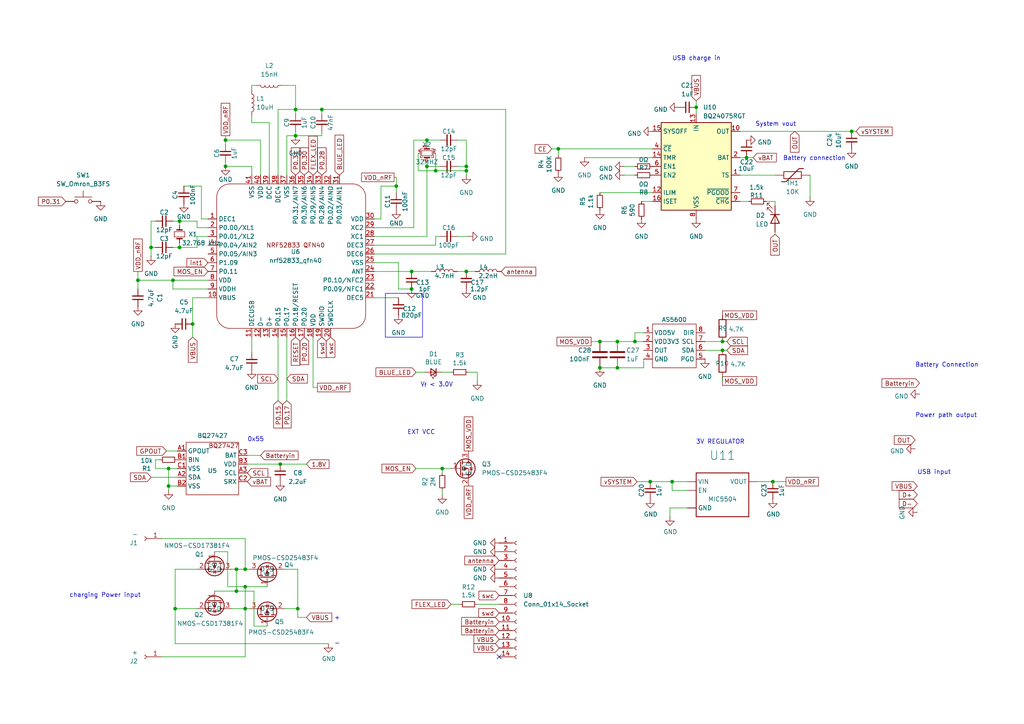
<source format=kicad_sch>
(kicad_sch (version 20231120) (generator "eeschema") (generator_version "8.0")
  (paper "A4")
  (junction (at 50.165 81.28))
  (junction (at 68.58 171.45))
  (junction (at 128.27 135.89))
  (junction (at 65.405 40.64))
  (junction (at 184.15 99.06))
  (junction (at 201.93 31.115))
  (junction (at 247.015 38.1))
  (junction (at 188.595 139.7))
  (junction (at 85.725 39.37))
  (junction (at 224.155 139.7))
  (junction (at 216.535 45.72))
  (junction (at 135.255 78.74))
  (junction (at 48.895 140.97))
  (junction (at 71.12 170.18))
  (junction (at 85.725 31.75))
  (junction (at 135.255 49.53))
  (junction (at 209.55 101.6))
  (junction (at 68.58 165.1))
  (junction (at 126.365 49.53))
  (junction (at 93.345 31.75))
  (junction (at 114.935 53.975))
  (junction (at 135.255 48.26))
  (junction (at 179.07 99.06))
  (junction (at 52.07 71.755))
  (junction (at 179.07 106.68))
  (junction (at 65.405 48.26))
  (junction (at 119.38 83.82))
  (junction (at 119.38 78.74))
  (junction (at 123.825 48.26))
  (junction (at 194.945 139.7))
  (junction (at 55.88 93.98))
  (junction (at 50.8 176.53))
  (junction (at 43.815 71.755))
  (junction (at 48.895 135.89))
  (junction (at 123.825 40.64))
  (junction (at 40.005 81.28))
  (junction (at 52.07 64.135))
  (junction (at 71.12 176.53))
  (junction (at 81.28 134.62))
  (junction (at 209.55 99.06))
  (junction (at 86.36 176.53))
  (junction (at 71.12 165.1))
  (junction (at 173.99 106.68))
  (junction (at 173.99 99.06))
  (junction (at 161.925 43.18))
  (no_connect (at 144.78 190.5))
  (wire (pts (xy 128.27 107.95) (xy 130.81 107.95)))
  (wire (pts (xy 127.635 68.58) (xy 126.365 68.58)))
  (wire (pts (xy 73.66 181.61) (xy 77.47 181.61)))
  (wire (pts (xy 209.55 99.06) (xy 204.47 99.06)))
  (wire (pts (xy 93.345 31.75) (xy 85.725 31.75)))
  (wire (pts (xy 80.645 116.205) (xy 80.645 97.79)))
  (wire (pts (xy 128.27 137.16) (xy 128.27 135.89)))
  (wire (pts (xy 71.755 134.62) (xy 81.28 134.62)))
  (wire (pts (xy 135.89 107.95) (xy 138.43 107.95)))
  (wire (pts (xy 73.025 33.655) (xy 73.025 35.56)))
  (wire (pts (xy 224.79 67.945) (xy 224.79 67.31)))
  (wire (pts (xy 45.085 133.35) (xy 45.085 135.89)))
  (wire (pts (xy 125.095 78.74) (xy 119.38 78.74)))
  (wire (pts (xy 85.725 31.75) (xy 85.725 33.02)))
  (wire (pts (xy 60.325 66.04) (xy 57.15 66.04)))
  (wire (pts (xy 50.8 176.53) (xy 50.8 186.69)))
  (wire (pts (xy 169.545 45.72) (xy 189.23 45.72)))
  (wire (pts (xy 50.8 186.69) (xy 95.25 186.69)))
  (wire (pts (xy 46.355 133.35) (xy 45.085 133.35)))
  (wire (pts (xy 110.49 63.5) (xy 110.49 53.975)))
  (wire (pts (xy 130.81 175.26) (xy 133.35 175.26)))
  (wire (pts (xy 214.63 58.42) (xy 217.17 58.42)))
  (wire (pts (xy 67.31 165.1) (xy 68.58 165.1)))
  (wire (pts (xy 224.79 50.8) (xy 214.63 50.8)))
  (wire (pts (xy 114.3 51.435) (xy 114.935 51.435)))
  (wire (pts (xy 114.935 53.975) (xy 114.935 55.88)))
  (wire (pts (xy 138.43 107.95) (xy 138.43 110.49)))
  (wire (pts (xy 186.69 96.52) (xy 184.15 96.52)))
  (wire (pts (xy 90.805 97.79) (xy 90.805 112.395)))
  (wire (pts (xy 128.27 135.89) (xy 130.81 135.89)))
  (wire (pts (xy 216.535 45.72) (xy 214.63 45.72)))
  (wire (pts (xy 85.725 31.75) (xy 85.725 24.765)))
  (wire (pts (xy 194.31 149.86) (xy 194.31 147.32)))
  (wire (pts (xy 58.42 63.5) (xy 60.325 63.5)))
  (wire (pts (xy 123.825 40.64) (xy 123.825 41.91)))
  (wire (pts (xy 45.085 135.89) (xy 48.895 135.89)))
  (wire (pts (xy 126.365 49.53) (xy 126.365 44.45)))
  (wire (pts (xy 201.93 29.21) (xy 201.93 31.115)))
  (wire (pts (xy 194.31 147.32) (xy 199.39 147.32)))
  (wire (pts (xy 135.255 49.53) (xy 135.255 50.8)))
  (wire (pts (xy 83.185 116.205) (xy 83.185 97.79)))
  (wire (pts (xy 57.15 66.04) (xy 57.15 64.135)))
  (wire (pts (xy 120.015 66.04) (xy 120.015 40.64)))
  (wire (pts (xy 137.795 78.74) (xy 135.255 78.74)))
  (wire (pts (xy 57.15 64.135) (xy 52.07 64.135)))
  (wire (pts (xy 218.44 45.72) (xy 216.535 45.72)))
  (wire (pts (xy 146.685 73.66) (xy 146.685 31.75)))
  (wire (pts (xy 126.365 71.12) (xy 108.585 71.12)))
  (wire (pts (xy 123.825 46.99) (xy 123.825 48.26)))
  (wire (pts (xy 108.585 73.66) (xy 146.685 73.66)))
  (wire (pts (xy 121.285 44.45) (xy 121.285 49.53)))
  (wire (pts (xy 184.785 139.7) (xy 188.595 139.7)))
  (wire (pts (xy 83.185 50.8) (xy 83.185 39.37)))
  (wire (pts (xy 135.255 78.74) (xy 132.715 78.74)))
  (wire (pts (xy 46.99 156.21) (xy 71.12 156.21)))
  (wire (pts (xy 135.89 68.58) (xy 132.715 68.58)))
  (wire (pts (xy 188.595 139.7) (xy 194.945 139.7)))
  (wire (pts (xy 73.66 181.61) (xy 73.66 171.45)))
  (wire (pts (xy 135.255 48.26) (xy 135.255 49.53)))
  (wire (pts (xy 108.585 66.04) (xy 120.015 66.04)))
  (wire (pts (xy 180.975 48.26) (xy 184.15 48.26)))
  (wire (pts (xy 48.895 135.89) (xy 51.435 135.89)))
  (wire (pts (xy 43.815 71.755) (xy 43.815 74.295)))
  (wire (pts (xy 121.285 49.53) (xy 126.365 49.53)))
  (wire (pts (xy 73.025 97.79) (xy 73.025 102.235)))
  (wire (pts (xy 120.65 107.95) (xy 123.19 107.95)))
  (wire (pts (xy 65.405 40.64) (xy 75.565 40.64)))
  (wire (pts (xy 52.07 64.135) (xy 52.07 65.405)))
  (wire (pts (xy 173.99 106.68) (xy 179.07 106.68)))
  (wire (pts (xy 73.025 35.56) (xy 78.105 35.56)))
  (wire (pts (xy 80.645 31.75) (xy 80.645 50.8)))
  (wire (pts (xy 66.04 160.02) (xy 62.23 160.02)))
  (wire (pts (xy 50.8 176.53) (xy 57.15 176.53)))
  (wire (pts (xy 60.325 68.58) (xy 57.15 68.58)))
  (wire (pts (xy 68.58 165.1) (xy 68.58 171.45)))
  (wire (pts (xy 138.43 175.26) (xy 144.78 175.26)))
  (wire (pts (xy 85.725 38.1) (xy 85.725 39.37)))
  (wire (pts (xy 52.07 70.485) (xy 52.07 71.755)))
  (wire (pts (xy 46.99 190.5) (xy 71.12 190.5)))
  (wire (pts (xy 67.31 176.53) (xy 71.12 176.53)))
  (wire (pts (xy 199.39 142.24) (xy 194.945 142.24)))
  (wire (pts (xy 53.34 53.975) (xy 58.42 53.975)))
  (wire (pts (xy 128.27 143.51) (xy 128.27 142.24)))
  (wire (pts (xy 209.55 101.6) (xy 204.47 101.6)))
  (wire (pts (xy 71.12 176.53) (xy 72.39 176.53)))
  (wire (pts (xy 71.12 156.21) (xy 71.12 165.1)))
  (wire (pts (xy 65.405 40.64) (xy 65.405 41.91)))
  (wire (pts (xy 71.12 165.1) (xy 72.39 165.1)))
  (wire (pts (xy 48.26 130.81) (xy 51.435 130.81)))
  (wire (pts (xy 93.345 31.75) (xy 93.345 33.02)))
  (wire (pts (xy 114.935 51.435) (xy 114.935 53.975)))
  (wire (pts (xy 194.945 142.24) (xy 194.945 139.7)))
  (wire (pts (xy 85.725 39.37) (xy 93.345 39.37)))
  (wire (pts (xy 126.365 68.58) (xy 126.365 71.12)))
  (wire (pts (xy 248.285 38.1) (xy 247.015 38.1)))
  (wire (pts (xy 71.12 170.18) (xy 77.47 170.18)))
  (wire (pts (xy 66.04 160.02) (xy 66.04 170.18)))
  (wire (pts (xy 194.945 139.7) (xy 199.39 139.7)))
  (wire (pts (xy 71.12 176.53) (xy 71.12 190.5)))
  (wire (pts (xy 210.82 101.6) (xy 209.55 101.6)))
  (wire (pts (xy 65.405 48.26) (xy 73.025 48.26)))
  (wire (pts (xy 120.015 40.64) (xy 123.825 40.64)))
  (wire (pts (xy 110.49 53.975) (xy 114.935 53.975)))
  (wire (pts (xy 135.255 40.64) (xy 135.255 48.26)))
  (wire (pts (xy 43.815 64.135) (xy 43.815 71.755)))
  (wire (pts (xy 86.36 165.1) (xy 86.36 176.53)))
  (wire (pts (xy 62.23 171.45) (xy 68.58 171.45)))
  (wire (pts (xy 179.07 106.68) (xy 186.69 106.68)))
  (wire (pts (xy 60.325 83.82) (xy 50.165 83.82)))
  (wire (pts (xy 73.025 50.8) (xy 73.025 48.26)))
  (wire (pts (xy 115.57 83.82) (xy 119.38 83.82)))
  (wire (pts (xy 115.57 76.2) (xy 115.57 83.82)))
  (wire (pts (xy 85.725 24.765) (xy 81.915 24.765)))
  (wire (pts (xy 85.725 31.75) (xy 80.645 31.75)))
  (wire (pts (xy 186.055 58.42) (xy 189.23 58.42)))
  (wire (pts (xy 43.815 71.755) (xy 45.085 71.755)))
  (wire (pts (xy 65.405 46.99) (xy 65.405 48.26)))
  (wire (pts (xy 55.88 93.98) (xy 55.88 86.36)))
  (wire (pts (xy 201.93 31.115) (xy 201.93 33.02)))
  (wire (pts (xy 209.55 110.49) (xy 209.55 109.22)))
  (wire (pts (xy 81.28 134.62) (xy 88.9 134.62)))
  (wire (pts (xy 180.975 50.8) (xy 184.15 50.8)))
  (wire (pts (xy 186.69 104.14) (xy 186.69 106.68)))
  (wire (pts (xy 50.165 83.82) (xy 50.165 81.28)))
  (wire (pts (xy 179.07 99.06) (xy 184.15 99.06)))
  (wire (pts (xy 210.82 99.06) (xy 209.55 99.06)))
  (wire (pts (xy 108.585 63.5) (xy 110.49 63.5)))
  (wire (pts (xy 43.815 64.135) (xy 45.085 64.135)))
  (wire (pts (xy 57.15 71.755) (xy 52.07 71.755)))
  (wire (pts (xy 58.42 53.975) (xy 58.42 63.5)))
  (wire (pts (xy 234.95 57.15) (xy 234.95 50.8)))
  (wire (pts (xy 57.15 165.1) (xy 50.8 165.1)))
  (wire (pts (xy 214.63 38.1) (xy 247.015 38.1)))
  (wire (pts (xy 92.075 112.395) (xy 90.805 112.395)))
  (wire (pts (xy 123.825 40.64) (xy 127.635 40.64)))
  (wire (pts (xy 74.295 24.765) (xy 73.025 24.765)))
  (wire (pts (xy 135.255 49.53) (xy 126.365 49.53)))
  (wire (pts (xy 82.55 176.53) (xy 86.36 176.53)))
  (wire (pts (xy 48.895 140.97) (xy 48.895 135.89)))
  (wire (pts (xy 171.45 99.06) (xy 173.99 99.06)))
  (wire (pts (xy 50.8 165.1) (xy 50.8 176.53)))
  (wire (pts (xy 50.165 71.755) (xy 52.07 71.755)))
  (wire (pts (xy 66.04 170.18) (xy 71.12 170.18)))
  (wire (pts (xy 161.925 43.18) (xy 189.23 43.18)))
  (wire (pts (xy 75.565 132.08) (xy 71.755 132.08)))
  (wire (pts (xy 55.88 97.79) (xy 55.88 93.98)))
  (wire (pts (xy 75.565 50.8) (xy 75.565 40.64)))
  (wire (pts (xy 82.55 165.1) (xy 86.36 165.1)))
  (wire (pts (xy 173.99 99.06) (xy 179.07 99.06)))
  (wire (pts (xy 48.895 142.24) (xy 48.895 140.97)))
  (wire (pts (xy 55.88 86.36) (xy 60.325 86.36)))
  (wire (pts (xy 40.005 81.28) (xy 40.005 83.82)))
  (wire (pts (xy 86.36 179.07) (xy 88.9 179.07)))
  (wire (pts (xy 120.65 135.89) (xy 128.27 135.89)))
  (wire (pts (xy 123.825 48.26) (xy 127.635 48.26)))
  (wire (pts (xy 83.185 39.37) (xy 85.725 39.37)))
  (wire (pts (xy 73.025 24.765) (xy 73.025 26.035)))
  (wire (pts (xy 161.925 43.18) (xy 160.02 43.18)))
  (wire (pts (xy 40.005 81.28) (xy 50.165 81.28)))
  (wire (pts (xy 224.155 139.7) (xy 219.71 139.7)))
  (wire (pts (xy 86.36 176.53) (xy 86.36 179.07)))
  (wire (pts (xy 224.79 58.42) (xy 224.79 59.69)))
  (wire (pts (xy 48.895 140.97) (xy 51.435 140.97)))
  (wire (pts (xy 227.965 139.7) (xy 224.155 139.7)))
  (wire (pts (xy 108.585 78.74) (xy 119.38 78.74)))
  (wire (pts (xy 132.715 48.26) (xy 135.255 48.26)))
  (wire (pts (xy 173.99 55.88) (xy 189.23 55.88)))
  (wire (pts (xy 50.165 64.135) (xy 52.07 64.135)))
  (wire (pts (xy 146.685 31.75) (xy 93.345 31.75)))
  (wire (pts (xy 71.12 170.18) (xy 71.12 176.53)))
  (wire (pts (xy 68.58 165.1) (xy 71.12 165.1)))
  (wire (pts (xy 132.715 40.64) (xy 135.255 40.64)))
  (wire (pts (xy 184.15 99.06) (xy 186.69 99.06)))
  (wire (pts (xy 108.585 76.2) (xy 115.57 76.2)))
  (wire (pts (xy 161.925 45.085) (xy 161.925 43.18)))
  (wire (pts (xy 108.585 86.36) (xy 115.57 86.36)))
  (wire (pts (xy 108.585 68.58) (xy 123.825 68.58)))
  (wire (pts (xy 65.405 39.37) (xy 65.405 40.64)))
  (wire (pts (xy 184.15 96.52) (xy 184.15 99.06)))
  (wire (pts (xy 123.825 48.26) (xy 123.825 68.58)))
  (wire (pts (xy 78.105 35.56) (xy 78.105 50.8)))
  (wire (pts (xy 57.15 68.58) (xy 57.15 71.755)))
  (wire (pts (xy 50.165 81.28) (xy 60.325 81.28)))
  (wire (pts (xy 40.005 78.74) (xy 40.005 81.28)))
  (wire (pts (xy 93.345 39.37) (xy 93.345 38.1)))
  (wire (pts (xy 73.66 171.45) (xy 68.58 171.45)))
  (wire (pts (xy 222.25 58.42) (xy 224.79 58.42)))
  (wire (pts (xy 43.815 138.43) (xy 51.435 138.43)))
  (rectangle (start 111.76 85.09) (end 122.555 97.79))
  (text "Power path output" (at 265.43 121.285 0) (effects (font (size 1.27 1.27)) (justify left bottom)))
  (text "+" (at 97.79 179.324 0) (effects (font (size 1.27 1.27))))
  (text "USB charge in" (at 194.945 17.78 0) (effects (font (size 1.27 1.27)) (justify left bottom)))
  (text "3V REGULATOR" (at 208.915 128.27 0) (effects (font (size 1.27 1.27))))
  (text "0x55\n" (at 71.755 128.27 0) (effects (font (size 1.27 1.27)) (justify left bottom)))
  (text "Battery connection" (at 227.076 46.736 0) (effects (font (size 1.27 1.27)) (justify left bottom)))
  (text "charging Power input" (at 30.48 172.72 0) (effects (font (size 1.27 1.27))))
  (text "USB input\n" (at 266.065 137.795 0) (effects (font (size 1.27 1.27)) (justify left bottom)))
  (text "System vout" (at 219.075 36.83 0) (effects (font (size 1.27 1.27)) (justify left bottom)))
  (text "Battery Connection" (at 265.43 106.68 0) (effects (font (size 1.27 1.27)) (justify left bottom)))
  (text "V_{f} < 3.0V" (at 121.92 112.395 0) (effects (font (size 1.27 1.27)) (justify left bottom)))
  (text "EXT VCC" (at 122.174 125.476 0) (effects (font (size 1.27 1.27))))
  (text "-" (at 97.79 186.69 0) (effects (font (size 1.27 1.27))))
  (global_label "VBUS" (shape input) (at 144.78 187.96 180) (property "Intersheetrefs" "${INTERSHEET_REFS}" (effects (hide yes))))
  (global_label "BLUE_LED" (shape input) (at 120.65 107.95 180) (property "Intersheetrefs" "${INTERSHEET_REFS}" (effects (hide yes))))
  (global_label "VBUS" (shape input) (at 144.78 185.42 180) (property "Intersheetrefs" "${INTERSHEET_REFS}" (effects (hide yes))))
  (global_label "swc" (shape input) (at 95.885 97.79 270) (property "Intersheetrefs" "${INTERSHEET_REFS}" (effects (hide yes))))
  (global_label "GPOUT" (shape input) (at 48.26 130.81 180) (property "Intersheetrefs" "${INTERSHEET_REFS}" (effects (hide yes))))
  (global_label "antenna" (shape input) (at 144.78 162.56 180) (property "Intersheetrefs" "${INTERSHEET_REFS}" (effects (hide yes))))
  (global_label "P0.15" (shape input) (at 80.645 116.205 270) (property "Intersheetrefs" "${INTERSHEET_REFS}" (effects (hide yes))))
  (global_label "RESET" (shape input) (at 85.725 97.79 270) (property "Intersheetrefs" "${INTERSHEET_REFS}" (effects (hide yes))))
  (global_label "MOS_EN" (shape input) (at 60.325 78.74 180) (property "Intersheetrefs" "${INTERSHEET_REFS}" (effects (hide yes))))
  (global_label "vBAT" (shape input) (at 218.44 45.72 0) (property "Intersheetrefs" "${INTERSHEET_REFS}" (effects (hide yes))))
  (global_label "Batteryin" (shape input) (at 144.78 182.88 180) (property "Intersheetrefs" "${INTERSHEET_REFS}" (effects (hide yes))))
  (global_label "SDA" (shape input) (at 83.185 109.855 0) (property "Intersheetrefs" "${INTERSHEET_REFS}" (effects (hide yes))))
  (global_label "MOS_EN" (shape input) (at 120.65 135.89 180) (property "Intersheetrefs" "${INTERSHEET_REFS}" (effects (hide yes))))
  (global_label "Batteryin" (shape input) (at 75.565 132.08 0) (property "Intersheetrefs" "${INTERSHEET_REFS}" (effects (hide yes))))
  (global_label "swd" (shape input) (at 93.345 97.79 270) (property "Intersheetrefs" "${INTERSHEET_REFS}" (effects (hide yes))))
  (global_label "antenna" (shape input) (at 145.415 78.74 0) (property "Intersheetrefs" "${INTERSHEET_REFS}" (effects (hide yes))))
  (global_label "int1" (shape input) (at 60.325 76.2 180) (property "Intersheetrefs" "${INTERSHEET_REFS}" (effects (hide yes))))
  (global_label "P0.31" (shape input) (at 85.725 50.8 90) (property "Intersheetrefs" "${INTERSHEET_REFS}" (effects (hide yes))))
  (global_label "MOS_VDD" (shape passive) (at 171.45 99.06 180) (property "Intersheetrefs" "${INTERSHEET_REFS}" (effects (hide yes))))
  (global_label "OUT" (shape input) (at 230.505 38.1 270) (property "Intersheetrefs" "${INTERSHEET_REFS}" (effects (hide yes))))
  (global_label "SDA" (shape input) (at 43.815 138.43 180) (property "Intersheetrefs" "${INTERSHEET_REFS}" (effects (hide yes))))
  (global_label "1.8V" (shape input) (at 88.9 134.62 0) (property "Intersheetrefs" "${INTERSHEET_REFS}" (effects (hide yes))))
  (global_label "SCL" (shape input) (at 71.755 137.16 0) (property "Intersheetrefs" "${INTERSHEET_REFS}" (effects (hide yes))))
  (global_label "SDA" (shape input) (at 210.82 101.6 0) (property "Intersheetrefs" "${INTERSHEET_REFS}" (effects (hide yes))))
  (global_label "BLUE_LED" (shape input) (at 98.425 50.8 90) (property "Intersheetrefs" "${INTERSHEET_REFS}" (effects (hide yes))))
  (global_label "vBAT" (shape input) (at 71.755 139.7 0) (property "Intersheetrefs" "${INTERSHEET_REFS}" (effects (hide yes))))
  (global_label "OUT" (shape input) (at 265.43 127.635 180) (property "Intersheetrefs" "${INTERSHEET_REFS}" (effects (hide yes))))
  (global_label "VBUS" (shape input) (at 201.93 29.21 90) (property "Intersheetrefs" "${INTERSHEET_REFS}" (effects (hide yes))))
  (global_label "P0.17" (shape input) (at 83.185 116.205 270) (property "Intersheetrefs" "${INTERSHEET_REFS}" (effects (hide yes))))
  (global_label "MOS_VDD" (shape passive) (at 209.55 91.44 0) (property "Intersheetrefs" "${INTERSHEET_REFS}" (effects (hide yes))))
  (global_label "VDD_nRF" (shape passive) (at 227.965 139.7 0) (property "Intersheetrefs" "${INTERSHEET_REFS}" (effects (hide yes))))
  (global_label "P0.28" (shape input) (at 93.345 50.8 90) (property "Intersheetrefs" "${INTERSHEET_REFS}" (effects (hide yes))))
  (global_label "MOS_VDD" (shape passive) (at 209.55 110.49 0) (property "Intersheetrefs" "${INTERSHEET_REFS}" (effects (hide yes))))
  (global_label "Batteryin" (shape input) (at 266.7 111.125 180) (property "Intersheetrefs" "${INTERSHEET_REFS}" (effects (hide yes))))
  (global_label "SCL" (shape input) (at 80.645 109.855 180) (property "Intersheetrefs" "${INTERSHEET_REFS}" (effects (hide yes))))
  (global_label "vSYSTEM" (shape input) (at 184.785 139.7 180) (property "Intersheetrefs" "${INTERSHEET_REFS}" (effects (hide yes))))
  (global_label "vSYSTEM" (shape input) (at 248.285 38.1 0) (property "Intersheetrefs" "${INTERSHEET_REFS}" (effects (hide yes))))
  (global_label "CE" (shape input) (at 160.02 43.18 180) (property "Intersheetrefs" "${INTERSHEET_REFS}" (effects (hide yes))))
  (global_label "Batteryin" (shape input) (at 144.78 180.34 180) (property "Intersheetrefs" "${INTERSHEET_REFS}" (effects (hide yes))))
  (global_label "VDD_nRF" (shape passive) (at 40.005 78.74 90) (property "Intersheetrefs" "${INTERSHEET_REFS}" (effects (hide yes))))
  (global_label "swc" (shape input) (at 144.78 172.72 180) (property "Intersheetrefs" "${INTERSHEET_REFS}" (effects (hide yes))))
  (global_label "VBUS" (shape input) (at 88.9 179.07 0) (property "Intersheetrefs" "${INTERSHEET_REFS}" (effects (hide yes))))
  (global_label "OUT" (shape input) (at 224.79 67.945 270) (property "Intersheetrefs" "${INTERSHEET_REFS}" (effects (hide yes))))
  (global_label "SCL" (shape input) (at 210.82 99.06 0) (property "Intersheetrefs" "${INTERSHEET_REFS}" (effects (hide yes))))
  (global_label "P0.20" (shape input) (at 88.265 97.79 270) (property "Intersheetrefs" "${INTERSHEET_REFS}" (effects (hide yes))))
  (global_label "P0.31" (shape input) (at 19.05 58.42 180) (property "Intersheetrefs" "${INTERSHEET_REFS}" (effects (hide yes))))
  (global_label "swd" (shape input) (at 144.78 177.8 180) (property "Intersheetrefs" "${INTERSHEET_REFS}" (effects (hide yes))))
  (global_label "VBUS" (shape input) (at 266.065 140.97 180) (property "Intersheetrefs" "${INTERSHEET_REFS}" (effects (hide yes))))
  (global_label "VDD_nRF" (shape passive) (at 135.89 140.97 270) (property "Intersheetrefs" "${INTERSHEET_REFS}" (effects (hide yes))))
  (global_label "D+" (shape input) (at 266.065 143.51 180) (property "Intersheetrefs" "${INTERSHEET_REFS}" (effects (hide yes))))
  (global_label "D-" (shape input) (at 266.065 146.05 180) (property "Intersheetrefs" "${INTERSHEET_REFS}" (effects (hide yes))))
  (global_label "MOS_VDD" (shape passive) (at 135.89 130.81 90) (property "Intersheetrefs" "${INTERSHEET_REFS}" (effects (hide yes))))
  (global_label "VDD_nRF" (shape passive) (at 92.075 112.395 0) (property "Intersheetrefs" "${INTERSHEET_REFS}" (effects (hide yes))))
  (global_label "VDD_nRF" (shape passive) (at 114.3 51.435 180) (property "Intersheetrefs" "${INTERSHEET_REFS}" (effects (hide yes))))
  (global_label "P0.30" (shape input) (at 88.265 50.8 90) (property "Intersheetrefs" "${INTERSHEET_REFS}" (effects (hide yes))))
  (global_label "VBUS" (shape input) (at 55.88 97.79 270) (property "Intersheetrefs" "${INTERSHEET_REFS}" (effects (hide yes))))
  (global_label "FLEX_LED" (shape input) (at 130.81 175.26 180) (property "Intersheetrefs" "${INTERSHEET_REFS}" (effects (hide yes))))
  (global_label "FLEX_LED" (shape input) (at 90.805 50.8 90) (property "Intersheetrefs" "${INTERSHEET_REFS}" (effects (hide yes))))
  (global_label "VDD_nRF" (shape passive) (at 65.405 39.37 90) (property "Intersheetrefs" "${INTERSHEET_REFS}" (effects (hide yes))))
  (symbol (lib_id "Device:R_Small") (at 173.99 58.42 0) (unit 1)
    (property "Reference" "R5" (at 169.0116 58.42 90))
    (property "Value" "1.1k" (at 171.323 58.42 90))
    (property "Footprint" "Library:0402" (effects (hide yes)))
    (property "Description" "Resistor, small symbol" (effects (hide yes)))
    (property "ID" "105" (effects (hide yes)))
  )
  (symbol (lib_id "power:GND") (at 180.975 48.26 270) (unit 1)
    (property "Reference" "#PWR031" (effects (hide yes)))
    (property "Value" "GND" (at 177.8 48.895 90) (effects (justify right)))
    (property "Description" "Power symbol creates a global label with name \"GND\" , ground" (effects (hide yes)))
  )
  (symbol (lib_id "power:GND") (at 138.43 110.49 0) (unit 1)
    (property "Reference" "#PWR020" (effects (hide yes)))
    (property "Value" "GND" (at 138.43 115.57 0))
    (property "Description" "Power symbol creates a global label with name \"GND\" , ground" (effects (hide yes)))
  )
  (symbol (lib_id "power:GND") (at 265.43 130.175 270) (unit 1)
    (property "Reference" "#PWR043" (effects (hide yes)))
    (property "Value" "GND" (at 262.255 130.81 90) (effects (justify right)))
    (property "Description" "Power symbol creates a global label with name \"GND\" , ground" (effects (hide yes)))
  )
  (symbol (lib_id "nrfmicro-rescue:GND") (at 194.31 149.86 0) (unit 1)
    (property "Reference" "#PWR037" (effects (hide yes)))
    (property "Value" "GND" (at 194.437 154.2542 0))
  )
  (symbol (lib_id "Switch:SW_Omron_B3FS") (at 24.13 58.42 0) (unit 1)
    (property "Reference" "SW1" (at 24.13 50.8 0))
    (property "Value" "SW_Omron_B3FS" (at 24.13 53.34 0))
    (property "Footprint" "Library:16mmCompButton" (effects (hide yes)))
    (property "Datasheet" "https://omronfs.omron.com/en_US/ecb/products/pdf/en-b3fs.pdf" (effects (hide yes)))
    (property "Description" "Omron B3FS 6x6mm single pole normally-open tactile switch" (effects (hide yes)))
  )
  (symbol (lib_id "power:GND") (at 144.78 167.64 270) (unit 1)
    (property "Reference" "#PWR026" (effects (hide yes)))
    (property "Value" "GND" (at 137.16 167.64 90) (effects (justify left)))
    (property "Description" "Power symbol creates a global label with name \"GND\" , ground" (effects (hide yes)))
  )
  (symbol (lib_name "NMOS_1") (lib_id "Library:NMOS") (at 62.23 176.53 180) (unit 1)
    (property "Reference" "Q2" (at 57.658 178.308 0))
    (property "Value" "NMOS-CSD17381F4" (at 60.96 180.848 0))
    (property "Footprint" "Library:Mosfet0402" (effects (hide yes)))
    (property "Datasheet" "https://ngspice.sourceforge.io/docs/ngspice-html-manual/manual.xhtml#cha_MOSFETs" (effects (hide yes)))
    (property "Description" "N-MOSFET transistor, drain/source/gate" (effects (hide yes)))
    (property "Sim.Device" "NMOS" (effects (hide yes)))
    (property "Sim.Type" "VDMOS" (effects (hide yes)))
    (property "Sim.Pins" "1=D 2=G 3=S" (effects (hide yes)))
  )
  (symbol (lib_id "Device:C_Small") (at 216.535 43.18 0) (unit 1)
    (property "Reference" "C22" (at 216.535 46.99 0))
    (property "Value" "10uF" (at 216.535 48.895 0))
    (property "Footprint" "Library:0402" (effects (hide yes)))
    (property "Description" "Unpolarized capacitor, small symbol" (effects (hide yes)))
    (property "ID" "83" (effects (hide yes)))
  )
  (symbol (lib_id "Device:C_Small") (at 73.025 104.775 180) (unit 1)
    (property "Reference" "C7" (at 67.945 104.14 0))
    (property "Value" "4.7uF" (at 67.945 106.68 0))
    (property "Footprint" "Library:0402" (effects (hide yes)))
    (property "Description" "Unpolarized capacitor, small symbol" (effects (hide yes)))
    (property "ID" "140" (effects (hide yes)))
  )
  (symbol (lib_id "Device:R_Small") (at 186.69 48.26 90) (unit 1)
    (property "Reference" "R7" (at 186.69 48.6664 90))
    (property "Value" "0Ω" (at 186.69 46.355 90))
    (property "Footprint" "Library:0402" (effects (hide yes)))
    (property "Description" "Resistor, small symbol" (effects (hide yes)))
    (property "ID" "10" (effects (hide yes)))
  )
  (symbol (lib_id "power:GND") (at 135.89 68.58 90) (unit 1)
    (property "Reference" "#PWR021" (effects (hide yes)))
    (property "Value" "GND" (at 139.065 69.215 90) (effects (justify right)))
    (property "Description" "Power symbol creates a global label with name \"GND\" , ground" (effects (hide yes)))
  )
  (symbol (lib_id "power:GND") (at 43.815 74.295 0) (unit 1)
    (property "Reference" "#PWR04" (effects (hide yes)))
    (property "Value" "GND" (at 43.815 79.375 0))
    (property "Description" "Power symbol creates a global label with name \"GND\" , ground" (effects (hide yes)))
  )
  (symbol (lib_id "Device:R_Small") (at 135.89 175.26 270) (unit 1)
    (property "Reference" "R12" (at 135.89 170.2816 90))
    (property "Value" "1.5k" (at 135.89 172.593 90))
    (property "Footprint" "Library:0402" (effects (hide yes)))
    (property "Description" "Resistor, small symbol" (effects (hide yes)))
    (property "ID" "138" (effects (hide yes)))
  )
  (symbol (lib_id "Device:C_Small") (at 247.015 40.64 0) (unit 1)
    (property "Reference" "C24" (at 240.665 40.64 90))
    (property "Value" "10uF" (at 243.205 40.64 90))
    (property "Footprint" "Library:0402" (effects (hide yes)))
    (property "Description" "Unpolarized capacitor, small symbol" (effects (hide yes)))
    (property "ID" "83" (effects (hide yes)))
  )
  (symbol (lib_id "power:GND") (at 135.255 50.8 0) (unit 1)
    (property "Reference" "#PWR018" (effects (hide yes)))
    (property "Value" "GND" (at 135.255 55.88 0))
    (property "Description" "Power symbol creates a global label with name \"GND\" , ground" (effects (hide yes)))
  )
  (symbol (lib_id "Library:PMOS") (at 77.47 165.1 0) (unit 1)
    (property "Reference" "Q4" (at 83.82 163.83 0))
    (property "Value" "PMOS-CSD25483F4" (at 82.804 161.798 0))
    (property "Footprint" "Library:Mosfet0402" (effects (hide yes)))
    (property "Datasheet" "https://ngspice.sourceforge.io/docs/ngspice-html-manual/manual.xhtml#cha_MOSFETs" (effects (hide yes)))
    (property "Description" "P-MOSFET transistor, drain/source/gate" (effects (hide yes)))
    (property "Sim.Device" "PMOS" (effects (hide yes)))
    (property "Sim.Type" "VDMOS" (effects (hide yes)))
    (property "Sim.Pins" "1=D 2=G 3=S" (effects (hide yes)))
  )
  (symbol (lib_id "power:GND") (at 216.535 40.64 90) (unit 1)
    (property "Reference" "#PWR039" (effects (hide yes)))
    (property "Value" "GND" (at 219.71 41.275 90) (effects (justify right)))
    (property "Description" "Power symbol creates a global label with name \"GND\" , ground" (effects (hide yes)))
  )
  (symbol (lib_id "power:GND") (at 65.405 48.26 0) (unit 1)
    (property "Reference" "#PWR010" (effects (hide yes)))
    (property "Value" "GND" (at 65.405 52.07 0))
    (property "Description" "Power symbol creates a global label with name \"GND\" , ground" (effects (hide yes)))
  )
  (symbol (lib_id "Device:C_Small") (at 85.725 35.56 0) (unit 1)
    (property "Reference" "C9" (at 83.185 35.56 90))
    (property "Value" "1uF" (at 88.265 35.56 90))
    (property "Footprint" "Library:0402" (effects (hide yes)))
    (property "Description" "Unpolarized capacitor, small symbol" (effects (hide yes)))
    (property "ID" "136" (effects (hide yes)))
  )
  (symbol (lib_id "Device:R_Small") (at 186.055 60.96 0) (unit 1)
    (property "Reference" "R6" (at 181.0766 60.96 90))
    (property "Value" "590" (at 183.388 60.96 90))
    (property "Footprint" "Library:0402" (effects (hide yes)))
    (property "Description" "Resistor, small symbol" (effects (hide yes)))
    (property "ID" "77" (effects (hide yes)))
  )
  (symbol (lib_id "Device:R_Small") (at 219.71 58.42 90) (unit 1)
    (property "Reference" "R11" (at 219.456 56.6674 90))
    (property "Value" "1.5k" (at 219.456 54.356 90))
    (property "Footprint" "Library:0402" (effects (hide yes)))
    (property "Description" "Resistor, small symbol" (effects (hide yes)))
    (property "ID" "138" (effects (hide yes)))
  )
  (symbol (lib_id "power:GND") (at 50.8 93.98 0) (unit 1)
    (property "Reference" "#PWR07" (effects (hide yes)))
    (property "Value" "GND" (at 50.7999 97.155 90) (effects (justify right)))
    (property "Description" "Power symbol creates a global label with name \"GND\" , ground" (effects (hide yes)))
  )
  (symbol (lib_id "power:GND") (at 186.055 63.5 0) (unit 1)
    (property "Reference" "#PWR033" (effects (hide yes)))
    (property "Value" "GND" (at 186.055 68.58 0))
    (property "Description" "Power symbol creates a global label with name \"GND\" , ground" (effects (hide yes)))
  )
  (symbol (lib_id "Device:C_Small") (at 199.39 31.115 270) (unit 1)
    (property "Reference" "C21" (at 199.39 24.765 90))
    (property "Value" "1uF" (at 199.39 27.305 90))
    (property "Footprint" "Library:0402" (effects (hide yes)))
    (property "Description" "Unpolarized capacitor, small symbol" (effects (hide yes)))
    (property "ID" "136" (effects (hide yes)))
  )
  (symbol (lib_id "power:GND") (at 201.93 63.5 0) (unit 1)
    (property "Reference" "#PWR038" (effects (hide yes)))
    (property "Value" "GND" (at 201.93 68.58 0))
    (property "Description" "Power symbol creates a global label with name \"GND\" , ground" (effects (hide yes)))
  )
  (symbol (lib_id "Device:L") (at 73.025 29.845 0) (unit 1)
    (property "Reference" "L1" (at 74.295 28.5749 0) (effects (justify left)))
    (property "Value" "10uH" (at 74.295 31.1149 0) (effects (justify left)))
    (property "Footprint" "Library:0402" (effects (hide yes)))
    (property "Description" "Inductor" (effects (hide yes)))
    (property "ID" "57" (effects (hide yes)))
  )
  (symbol (lib_id "Library:BQ27427") (at 61.595 135.89 0) (unit 1)
    (property "Reference" "U5" (at 61.595 136.525 0))
    (property "Value" "BQ27427" (at 61.6536 126.365 0))
    (property "Footprint" "Library:Texas_DSBGA-9_1.62mmx1.58mm_Layout3x3_P0.5mm" (effects (hide yes)))
  )
  (symbol (lib_id "power:GND") (at 173.99 106.68 0) (unit 1)
    (property "Reference" "#PWR048" (effects (hide yes)))
    (property "Value" "GND" (at 173.99 111.76 0))
    (property "Description" "Power symbol creates a global label with name \"GND\" , ground" (effects (hide yes)))
  )
  (symbol (lib_id "Device:C_Small") (at 135.255 81.28 180) (unit 1)
    (property "Reference" "C17" (at 138.43 81.915 0))
    (property "Value" "1.2pF" (at 139.065 83.82 0))
    (property "Footprint" "Library:0402" (effects (hide yes)))
    (property "Description" "Unpolarized capacitor, small symbol" (effects (hide yes)))
    (property "ID" "144" (effects (hide yes)))
  )
  (symbol (lib_id "power:GND") (at 204.47 104.14 0) (unit 1)
    (property "Reference" "#PWR046" (effects (hide yes)))
    (property "Value" "GND" (at 204.47 109.22 0))
    (property "Description" "Power symbol creates a global label with name \"GND\" , ground" (effects (hide yes)))
  )
  (symbol (lib_id "power:GND") (at 180.975 50.8 270) (unit 1)
    (property "Reference" "#PWR032" (effects (hide yes)))
    (property "Value" "GND" (at 177.8 51.435 90) (effects (justify right)))
    (property "Description" "Power symbol creates a global label with name \"GND\" , ground" (effects (hide yes)))
  )
  (symbol (lib_id "Device:C_Small") (at 47.625 71.755 270) (unit 1)
    (property "Reference" "C3" (at 47.625 69.215 90))
    (property "Value" "12pF" (at 47.625 74.295 90))
    (property "Footprint" "Library:0402" (effects (hide yes)))
    (property "Description" "Unpolarized capacitor, small symbol" (effects (hide yes)))
    (property "ID" "142" (effects (hide yes)))
  )
  (symbol (lib_id "Device:C_Small") (at 40.005 86.36 180) (unit 1)
    (property "Reference" "C1" (at 46.355 86.36 90))
    (property "Value" "4.7uF" (at 43.815 86.36 90))
    (property "Footprint" "Library:0402" (effects (hide yes)))
    (property "Description" "Unpolarized capacitor, small symbol" (effects (hide yes)))
    (property "ID" "140" (effects (hide yes)))
  )
  (symbol (lib_id "power:GND") (at 29.21 58.42 0) (unit 1)
    (property "Reference" "#PWR028" (effects (hide yes)))
    (property "Value" "GND" (at 29.21 63.5 0))
    (property "Description" "Power symbol creates a global label with name \"GND\" , ground" (effects (hide yes)))
  )
  (symbol (lib_id "Device:C") (at 173.99 102.87 0) (unit 1)
    (property "Reference" "C28" (at 167.64 101.6 0) (effects (justify left)))
    (property "Value" "100nF" (at 165.1 104.14 0) (effects (justify left)))
    (property "Footprint" "Library:0402" (effects (hide yes)))
    (property "Description" "Unpolarized capacitor" (effects (hide yes)))
    (property "ID" "145" (effects (hide yes)))
  )
  (symbol (lib_id "power:GND") (at 266.7 114.3 270) (unit 1)
    (property "Reference" "#PWR045" (effects (hide yes)))
    (property "Value" "GND" (at 263.525 114.935 90) (effects (justify right)))
    (property "Description" "Power symbol creates a global label with name \"GND\" , ground" (effects (hide yes)))
  )
  (symbol (lib_id "power:GND") (at 247.015 43.18 0) (unit 1)
    (property "Reference" "#PWR042" (effects (hide yes)))
    (property "Value" "GND" (at 247.015 48.26 0))
    (property "Description" "Power symbol creates a global label with name \"GND\" , ground" (effects (hide yes)))
  )
  (symbol (lib_id "Device:C_Small") (at 47.625 64.135 270) (unit 1)
    (property "Reference" "C2" (at 47.625 61.595 90))
    (property "Value" "12pF" (at 47.625 66.675 90))
    (property "Footprint" "Library:0402" (effects (hide yes)))
    (property "Description" "Unpolarized capacitor, small symbol" (effects (hide yes)))
    (property "ID" "142" (effects (hide yes)))
  )
  (symbol (lib_id "Device:Crystal_Small") (at 52.07 67.945 270) (unit 1)
    (property "Reference" "X1" (at 54.61 67.945 90) (effects (justify left)))
    (property "Value" "32.768 kHz" (at 52.705 70.485 90) (effects (justify left)))
    (property "Footprint" "Library:Crystal_SMD_2012-2Pin_2.0x1.2mm" (effects (hide yes)))
    (property "Description" "Two pin crystal, small symbol" (effects (hide yes)))
    (property "ID" "43" (effects (hide yes)))
  )
  (symbol (lib_id "power:GND") (at 234.95 57.15 0) (unit 1)
    (property "Reference" "#PWR041" (effects (hide yes)))
    (property "Value" "GND" (at 234.95 62.23 0))
    (property "Description" "Power symbol creates a global label with name \"GND\" , ground" (effects (hide yes)))
  )
  (symbol (lib_id "power:GND") (at 128.27 143.51 0) (unit 1)
    (property "Reference" "#PWR014" (effects (hide yes)))
    (property "Value" "GND" (at 128.27 148.59 0))
    (property "Description" "Power symbol creates a global label with name \"GND\" , ground" (effects (hide yes)))
  )
  (symbol (lib_id "power:GND") (at 144.78 157.48 270) (unit 1)
    (property "Reference" "#PWR023" (effects (hide yes)))
    (property "Value" "GND" (at 137.16 157.48 90) (effects (justify left)))
    (property "Description" "Power symbol creates a global label with name \"GND\" , ground" (effects (hide yes)))
  )
  (symbol (lib_id "power:GND") (at 173.99 60.96 0) (unit 1)
    (property "Reference" "#PWR030" (effects (hide yes)))
    (property "Value" "GND" (at 173.99 66.04 0))
    (property "Description" "Power symbol creates a global label with name \"GND\" , ground" (effects (hide yes)))
  )
  (symbol (lib_id "power:GND") (at 189.23 38.1 270) (unit 1)
    (property "Reference" "#PWR034" (effects (hide yes)))
    (property "Value" "GND" (at 186.055 38.735 90) (effects (justify right)))
    (property "Description" "Power symbol creates a global label with name \"GND\" , ground" (effects (hide yes)))
  )
  (symbol (lib_id "Device:C_Small") (at 130.175 68.58 270) (unit 1)
    (property "Reference" "C16" (at 130.175 66.04 90))
    (property "Value" "100pF" (at 130.175 71.12 90))
    (property "Footprint" "Library:0402" (effects (hide yes)))
    (property "Description" "Unpolarized capacitor, small symbol" (effects (hide yes)))
    (property "ID" "141" (effects (hide yes)))
  )
  (symbol (lib_id "Device:C_Small") (at 53.34 56.515 0) (unit 1)
    (property "Reference" "C4" (at 50.8 56.515 90))
    (property "Value" "100nF" (at 55.88 56.515 90))
    (property "Footprint" "Library:0402" (effects (hide yes)))
    (property "Description" "Unpolarized capacitor, small symbol" (effects (hide yes)))
    (property "ID" "145" (effects (hide yes)))
  )
  (symbol (lib_id "Device:C_Small") (at 93.345 35.56 0) (unit 1)
    (property "Reference" "C10" (at 90.805 35.56 90))
    (property "Value" "47nF" (at 95.885 35.56 90))
    (property "Footprint" "Library:0402" (effects (hide yes)))
    (property "Description" "Unpolarized capacitor, small symbol" (effects (hide yes)))
    (property "ID" "139" (effects (hide yes)))
  )
  (symbol (lib_id "power:GND") (at 48.895 142.24 0) (unit 1)
    (property "Reference" "#PWR05" (effects (hide yes)))
    (property "Value" "GND" (at 48.895 147.32 0))
    (property "Description" "Power symbol creates a global label with name \"GND\" , ground" (effects (hide yes)))
  )
  (symbol (lib_id "Device:Crystal_GND24_Small") (at 123.825 44.45 90) (unit 1)
    (property "Reference" "X2" (at 123.825 41.91 90))
    (property "Value" "32MHZ" (at 123.825 46.99 90))
    (property "Footprint" "Library:Crystal_SMD_2016-4Pin_2.0x1.6mm" (effects (hide yes)))
    (property "Description" "Four pin crystal, GND on pins 2 and 4, small symbol" (effects (hide yes)))
    (property "ID" "42" (effects (hide yes)))
  )
  (symbol (lib_id "power:GND") (at 196.85 31.115 270) (unit 1)
    (property "Reference" "#PWR036" (effects (hide yes)))
    (property "Value" "GND" (at 193.675 31.75 90) (effects (justify right)))
    (property "Description" "Power symbol creates a global label with name \"GND\" , ground" (effects (hide yes)))
  )
  (symbol (lib_id "nrfmicro-rescue:GND") (at 95.25 186.69 0) (unit 1)
    (property "Reference" "#PWR022" (effects (hide yes)))
    (property "Value" "GND" (at 95.377 191.0842 0))
  )
  (symbol (lib_id "Connector:Conn_01x01_Socket") (at 41.91 190.5 180) (unit 1)
    (property "Reference" "J2" (at 40.005 191.7701 0) (effects (justify left)))
    (property "Value" "+" (at 40.005 189.2301 0) (effects (justify left)))
    (property "Footprint" "Library:Pogo-pin-recepticle" (effects (hide yes)))
    (property "Description" "Generic connector, single row, 01x01, script generated" (effects (hide yes)))
  )
  (symbol (lib_id "power:GND") (at 144.78 160.02 270) (unit 1)
    (property "Reference" "#PWR024" (effects (hide yes)))
    (property "Value" "GND" (at 137.16 160.02 90) (effects (justify left)))
    (property "Description" "Power symbol creates a global label with name \"GND\" , ground" (effects (hide yes)))
  )
  (symbol (lib_id "Device:C_Small") (at 188.595 142.24 0) (unit 1)
    (property "Reference" "C20" (at 186.055 142.24 90))
    (property "Value" "1uF" (at 191.135 142.24 90))
    (property "Footprint" "Library:0402" (effects (hide yes)))
    (property "Description" "Unpolarized capacitor, small symbol" (effects (hide yes)))
    (property "ID" "136" (effects (hide yes)))
  )
  (symbol (lib_id "Device:C_Small") (at 53.34 93.98 270) (unit 1)
    (property "Reference" "C5" (at 53.34 87.63 90))
    (property "Value" "4.7uF" (at 53.34 90.17 90))
    (property "Footprint" "Library:0402" (effects (hide yes)))
    (property "Description" "Unpolarized capacitor, small symbol" (effects (hide yes)))
    (property "ID" "140" (effects (hide yes)))
  )
  (symbol (lib_id "Device:R_Small") (at 133.35 107.95 270) (unit 1)
    (property "Reference" "R3" (at 133.35 102.9716 90))
    (property "Value" "1.5k" (at 133.35 105.283 90))
    (property "Footprint" "Library:0402" (effects (hide yes)))
    (property "Description" "Resistor, small symbol" (effects (hide yes)))
    (property "ID" "138" (effects (hide yes)))
  )
  (symbol (lib_id "Device:R_Small") (at 186.69 50.8 90) (unit 1)
    (property "Reference" "R8" (at 186.69 55.7784 90))
    (property "Value" "0Ω" (at 186.69 53.467 90))
    (property "Footprint" "Library:0402" (effects (hide yes)))
    (property "Description" "Resistor, small symbol" (effects (hide yes)))
    (property "ID" "10" (effects (hide yes)))
  )
  (symbol (lib_id "Device:C_Small") (at 114.935 58.42 0) (unit 1)
    (property "Reference" "C11" (at 112.395 58.42 90))
    (property "Value" "100nF" (at 117.475 58.42 90))
    (property "Footprint" "Library:0402" (effects (hide yes)))
    (property "Description" "Unpolarized capacitor, small symbol" (effects (hide yes)))
    (property "ID" "145" (effects (hide yes)))
  )
  (symbol (lib_id "power:GND") (at 81.28 139.7 0) (unit 1)
    (property "Reference" "#PWR012" (effects (hide yes)))
    (property "Value" "GND" (at 81.28 144.78 0))
    (property "Description" "Power symbol creates a global label with name \"GND\" , ground" (effects (hide yes)))
  )
  (symbol (lib_id "Connector:Conn_01x01_Socket") (at 41.91 156.21 180) (unit 1)
    (property "Reference" "J1" (at 40.005 157.4801 0) (effects (justify left)))
    (property "Value" "-" (at 40.005 154.9401 0) (effects (justify left)))
    (property "Footprint" "Library:Pogo-pin-recepticle" (effects (hide yes)))
    (property "Description" "Generic connector, single row, 01x01, script generated" (effects (hide yes)))
  )
  (symbol (lib_id "power:GND") (at 169.545 45.72 0) (unit 1)
    (property "Reference" "#PWR029" (effects (hide yes)))
    (property "Value" "GND" (at 169.545 50.8 0))
    (property "Description" "Power symbol creates a global label with name \"GND\" , ground" (effects (hide yes)))
  )
  (symbol (lib_id "power:GND") (at 85.725 39.37 0) (unit 1)
    (property "Reference" "#PWR013" (effects (hide yes)))
    (property "Value" "GND" (at 85.725 44.45 0))
    (property "Description" "Power symbol creates a global label with name \"GND\" , ground" (effects (hide yes)))
  )
  (symbol (lib_id "Library:PMOS") (at 77.47 176.53 0) (unit 1)
    (property "Reference" "Q5" (at 81.026 180.34 0))
    (property "Value" "PMOS-CSD25483F4" (at 81.534 183.388 0))
    (property "Footprint" "Library:Mosfet0402" (effects (hide yes)))
    (property "Datasheet" "https://ngspice.sourceforge.io/docs/ngspice-html-manual/manual.xhtml#cha_MOSFETs" (effects (hide yes)))
    (property "Description" "P-MOSFET transistor, drain/source/gate" (effects (hide yes)))
    (property "Sim.Device" "PMOS" (effects (hide yes)))
    (property "Sim.Type" "VDMOS" (effects (hide yes)))
    (property "Sim.Pins" "1=D 2=G 3=S" (effects (hide yes)))
  )
  (symbol (lib_id "Library:NMOS") (at 62.23 165.1 180) (unit 1)
    (property "Reference" "Q1" (at 57.912 160.782 0))
    (property "Value" "NMOS-CSD17381F4" (at 57.15 158.242 0))
    (property "Footprint" "Library:Mosfet0402" (effects (hide yes)))
    (property "Datasheet" "https://ngspice.sourceforge.io/docs/ngspice-html-manual/manual.xhtml#cha_MOSFETs" (effects (hide yes)))
    (property "Description" "N-MOSFET transistor, drain/source/gate" (effects (hide yes)))
    (property "Sim.Device" "NMOS" (effects (hide yes)))
    (property "Sim.Type" "VDMOS" (effects (hide yes)))
    (property "Sim.Pins" "1=D 2=G 3=S" (effects (hide yes)))
  )
  (symbol (lib_id "nrfmicro-rescue:GND") (at 266.065 148.59 270) (unit 1)
    (property "Reference" "#PWR044" (effects (hide yes)))
    (property "Value" "GND" (at 261.6708 148.717 0))
  )
  (symbol (lib_id "Device:R") (at 209.55 105.41 0) (unit 1)
    (property "Reference" "R10" (at 207.518 105.41 0) (effects (justify left)))
    (property "Value" "4.7K" (at 211.836 105.664 0) (effects (justify left)))
    (property "Footprint" "Library:0402" (effects (hide yes)))
    (property "Description" "Resistor" (effects (hide yes)))
    (property "ID" "135" (effects (hide yes)))
  )
  (symbol (lib_id "power:GND") (at 114.935 60.96 0) (unit 1)
    (property "Reference" "#PWR015" (effects (hide yes)))
    (property "Value" "GND" (at 114.935 64.77 0))
    (property "Description" "Power symbol creates a global label with name \"GND\" , ground" (effects (hide yes)))
  )
  (symbol (lib_id "Library:AS5600") (at 195.58 100.33 0) (unit 1)
    (property "Reference" "U9" (effects (hide yes)))
    (property "Value" "AS5600" (at 195.58 92.71 0))
    (property "Footprint" "Library:SOIC-8-1EP_3.9x4.9mm_P1.27mm_EP2.514x3.2mm" (effects (hide yes)))
    (property "ID" "73" (effects (hide yes)))
  )
  (symbol (lib_id "Library:PMOS") (at 135.89 135.89 270) (unit 1)
    (property "Reference" "Q3" (at 139.7 134.6199 90) (effects (justify left)))
    (property "Value" "PMOS-CSD25483F4" (at 139.7 137.1599 90) (effects (justify left)))
    (property "Footprint" "Library:Mosfet0402" (effects (hide yes)))
    (property "Datasheet" "https://ngspice.sourceforge.io/docs/ngspice-html-manual/manual.xhtml#cha_MOSFETs" (effects (hide yes)))
    (property "Description" "P-MOSFET transistor, drain/source/gate" (effects (hide yes)))
    (property "Sim.Device" "PMOS" (effects (hide yes)))
    (property "Sim.Type" "VDMOS" (effects (hide yes)))
    (property "Sim.Pins" "1=D 2=G 3=S" (effects (hide yes)))
  )
  (symbol (lib_id "Battery_Management:BQ24075RGT") (at 201.93 48.26 0) (unit 1)
    (property "Reference" "U10" (at 203.8859 31.115 0) (effects (justify left)))
    (property "Value" "BQ24075RGT" (at 203.8859 33.655 0) (effects (justify left)))
    (property "Footprint" "Package_DFN_QFN:VQFN-16-1EP_3x3mm_P0.5mm_EP1.6x1.6mm" (effects (hide yes)))
    (property "Datasheet" "http://www.ti.com/lit/ds/symlink/bq24075.pdf" (effects (hide yes)))
    (property "Description" "USB-Friendly Li-Ion Battery Charger and Power-Path Management, VQFN-16" (effects (hide yes)))
    (property "ID" "93" (effects (hide yes)))
  )
  (symbol (lib_id "Device:C_Small") (at 81.28 137.16 0) (unit 1)
    (property "Reference" "C8" (at 86.36 137.16 0))
    (property "Value" "2.2uF" (at 86.36 139.7 0))
    (property "Footprint" "Library:0402" (effects (hide yes)))
    (property "Description" "Unpolarized capacitor, small symbol" (effects (hide yes)))
  )
  (symbol (lib_id "Device:C_Small") (at 224.155 142.24 0) (unit 1)
    (property "Reference" "C23" (at 221.615 142.24 90))
    (property "Value" "1uF" (at 226.695 142.24 90))
    (property "Footprint" "Library:0402" (effects (hide yes)))
    (property "Description" "Unpolarized capacitor, small symbol" (effects (hide yes)))
    (property "ID" "136" (effects (hide yes)))
  )
  (symbol (lib_id "power:GND") (at 73.025 107.315 0) (unit 1)
    (property "Reference" "#PWR011" (effects (hide yes)))
    (property "Value" "GND" (at 73.025 112.395 0))
    (property "Description" "Power symbol creates a global label with name \"GND\" , ground" (effects (hide yes)))
  )
  (symbol (lib_id "power:GND") (at 40.005 88.9 0) (unit 1)
    (property "Reference" "#PWR02" (effects (hide yes)))
    (property "Value" "GND" (at 40.005 93.98 0))
    (property "Description" "Power symbol creates a global label with name \"GND\" , ground" (effects (hide yes)))
  )
  (symbol (lib_id "Device:Thermistor") (at 229.87 50.8 90) (unit 1)
    (property "Reference" "TH1" (at 229.87 53.086 90))
    (property "Value" "10K" (at 229.87 55.626 90))
    (property "Footprint" "Library:0402" (effects (hide yes)))
    (property "Description" "Temperature dependent resistor" (effects (hide yes)))
    (property "ID" "31" (effects (hide yes)))
  )
  (symbol (lib_id "power:GND") (at 119.38 83.82 0) (unit 1)
    (property "Reference" "#PWR017" (effects (hide yes)))
    (property "Value" "GND" (at 122.555 85.725 0))
    (property "Description" "Power symbol creates a global label with name \"GND\" , ground" (effects (hide yes)))
  )
  (symbol (lib_id "Device:R_Small") (at 161.925 47.625 0) (unit 1)
    (property "Reference" "R4" (at 156.9466 47.625 90))
    (property "Value" "100K" (at 159.258 47.625 90))
    (property "Footprint" "Library:0402" (effects (hide yes)))
    (property "Description" "Resistor, small symbol" (effects (hide yes)))
    (property "ID" "131" (effects (hide yes)))
  )
  (symbol (lib_id "Device:C") (at 179.07 102.87 0) (unit 1)
    (property "Reference" "C27" (at 181.61 101.6 0) (effects (justify left)))
    (property "Value" "1uF" (at 181.61 104.14 0) (effects (justify left)))
    (property "Footprint" "Library:0402" (effects (hide yes)))
    (property "Description" "Unpolarized capacitor" (effects (hide yes)))
    (property "ID" "136" (effects (hide yes)))
  )
  (symbol (lib_id "Device:R_Small") (at 48.895 133.35 90) (unit 1)
    (property "Reference" "R1" (at 42.545 135.89 90))
    (property "Value" "10k" (at 42.545 133.5786 90))
    (property "Footprint" "Library:0402" (effects (hide yes)))
    (property "Description" "Resistor, small symbol" (effects (hide yes)))
    (property "ID" "110" (effects (hide yes)))
  )
  (symbol (lib_id "Device:C_Small") (at 115.57 88.9 180) (unit 1)
    (property "Reference" "C12" (at 118.745 89.535 0))
    (property "Value" "820pF" (at 119.38 91.44 0))
    (property "Footprint" "Library:0402" (effects (hide yes)))
    (property "Description" "Unpolarized capacitor, small symbol" (effects (hide yes)))
    (property "ID" "137" (effects (hide yes)))
  )
  (symbol (lib_id "Library:nrf52833_qfn40") (at 81.915 80.01 0) (unit 1)
    (property "Reference" "U6" (at 85.725 73.025 0))
    (property "Value" "nrf52833_qfn40" (at 85.725 75.565 0))
    (property "Footprint" "Library:nrf52833" (effects (hide yes)))
    (property "ID" "107" (effects (hide yes)))
  )
  (symbol (lib_id "Connector:Conn_01x14_Socket") (at 149.86 172.72 0) (unit 1)
    (property "Reference" "U8" (at 151.765 172.7199 0) (effects (justify left)))
    (property "Value" "Conn_01x14_Socket" (at 151.765 175.2599 0) (effects (justify left)))
    (property "Footprint" "Library:FPC" (effects (hide yes)))
    (property "Description" "Generic connector, single row, 01x14, script generated" (effects (hide yes)))
  )
  (symbol (lib_id "power:GND") (at 115.57 91.44 0) (unit 1)
    (property "Reference" "#PWR016" (effects (hide yes)))
    (property "Value" "GND" (at 115.57 96.52 0))
    (property "Description" "Power symbol creates a global label with name \"GND\" , ground" (effects (hide yes)))
  )
  (symbol (lib_id "nrfmicro-rescue:GND") (at 188.595 144.78 0) (unit 1)
    (property "Reference" "#PWR035" (effects (hide yes)))
    (property "Value" "GND" (at 188.722 149.1742 0))
  )
  (symbol (lib_id "Device:C_Small") (at 130.175 40.64 270) (unit 1)
    (property "Reference" "C14" (at 130.175 38.1 90))
    (property "Value" "12pF" (at 130.175 43.18 90))
    (property "Footprint" "Library:0402" (effects (hide yes)))
    (property "Description" "Unpolarized capacitor, small symbol" (effects (hide yes)))
    (property "ID" "142" (effects (hide yes)))
  )
  (symbol (lib_id "Device:C_Small") (at 130.175 48.26 270) (unit 1)
    (property "Reference" "C15" (at 130.175 45.72 90))
    (property "Value" "12pF" (at 130.175 50.8 90))
    (property "Footprint" "Library:0402" (effects (hide yes)))
    (property "Description" "Unpolarized capacitor, small symbol" (effects (hide yes)))
    (property "ID" "142" (effects (hide yes)))
  )
  (symbol (lib_id "Device:R_Small") (at 128.27 139.7 0) (unit 1)
    (property "Reference" "R2" (at 123.2916 139.7 90))
    (property "Value" "2M" (at 125.603 139.7 90))
    (property "Footprint" "Library:0402" (effects (hide yes)))
    (property "Description" "Resistor, small symbol" (effects (hide yes)))
    (property "ID" "105" (effects (hide yes)))
  )
  (symbol (lib_id "power:GND") (at 135.255 83.82 0) (unit 1)
    (property "Reference" "#PWR019" (effects (hide yes)))
    (property "Value" "GND" (at 139.065 86.36 0))
    (property "Description" "Power symbol creates a global label with name \"GND\" , ground" (effects (hide yes)))
  )
  (symbol (lib_id "Device:L") (at 141.605 78.74 90) (unit 1)
    (property "Reference" "L4" (at 140.335 77.47 90))
    (property "Value" "2.2nH" (at 141.605 80.01 90))
    (property "Footprint" "Library:0402" (effects (hide yes)))
    (property "Description" "Inductor" (effects (hide yes)))
    (property "ID" "101" (effects (hide yes)))
  )
  (symbol (lib_id "power:GND") (at 53.34 59.055 0) (unit 1)
    (property "Reference" "#PWR08" (effects (hide yes)))
    (property "Value" "GND" (at 53.34 62.865 0))
    (property "Description" "Power symbol creates a global label with name \"GND\" , ground" (effects (hide yes)))
  )
  (symbol (lib_id "Device:C_Small") (at 119.38 81.28 180) (unit 1)
    (property "Reference" "C13" (at 122.555 81.915 0))
    (property "Value" "1pF" (at 123.19 83.82 0))
    (property "Footprint" "Library:0402" (effects (hide yes)))
    (property "Description" "Unpolarized capacitor, small symbol" (effects (hide yes)))
    (property "ID" "146" (effects (hide yes)))
  )
  (symbol (lib_id "Device:LED_Small") (at 125.73 107.95 180) (unit 1)
    (property "Reference" "D1" (at 125.73 102.6922 0))
    (property "Value" "BLUE" (at 125.73 105.0036 0))
    (property "Footprint" "Library:0402" (effects (hide yes)))
    (property "Description" "Light emitting diode, small symbol" (effects (hide yes)))
    (property "ID" "90" (effects (hide yes)))
  )
  (symbol (lib_id "Device:LED") (at 224.79 63.5 270) (unit 1)
    (property "Reference" "D2" (at 219.202 62.484 90) (effects (justify left)))
    (property "Value" "LED" (at 219.202 65.024 90) (effects (justify left)))
    (property "Footprint" "Library:0402" (effects (hide yes)))
    (property "Description" "Light emitting diode" (effects (hide yes)))
    (property "ID" "97" (effects (hide yes)))
  )
  (symbol (lib_id "power:GND") (at 161.925 50.165 0) (unit 1)
    (property "Reference" "#PWR027" (effects (hide yes)))
    (property "Value" "GND" (at 161.925 55.245 0))
    (property "Description" "Power symbol creates a global label with name \"GND\" , ground" (effects (hide yes)))
  )
  (symbol (lib_id "ESP32-eagle-import:MIC5504") (at 209.55 144.78 0) (unit 1)
    (property "Reference" "U11" (at 209.55 132.08 0) (effects (font (size 2.54 2.54))))
    (property "Value" "MIC5504" (at 209.55 144.78 0))
    (property "Footprint" "Library:TDFN-4" (effects (hide yes)))
  )
  (symbol (lib_id "Device:L") (at 128.905 78.74 90) (unit 1)
    (property "Reference" "L3" (at 127.635 77.47 90))
    (property "Value" "4.7nH" (at 128.905 80.01 90))
    (property "Footprint" "Library:0402" (effects (hide yes)))
    (property "Description" "Inductor" (effects (hide yes)))
    (property "ID" "104" (effects (hide yes)))
  )
  (symbol (lib_id "Device:R") (at 209.55 95.25 0) (unit 1)
    (property "Reference" "R9" (at 208.28 95.25 0) (effects (justify left)))
    (property "Value" "4.7K" (at 211.328 95.504 0) (effects (justify left)))
    (property "Footprint" "Library:0402" (effects (hide yes)))
    (property "Description" "Resistor" (effects (hide yes)))
    (property "ID" "135" (effects (hide yes)))
  )
  (symbol (lib_id "nrfmicro-rescue:GND") (at 224.155 144.78 0) (unit 1)
    (property "Reference" "#PWR040" (effects (hide yes)))
    (property "Value" "GND" (at 224.282 149.1742 0))
  )
  (symbol (lib_id "Device:C_Small") (at 65.405 44.45 0) (unit 1)
    (property "Reference" "C6" (at 62.865 44.45 90))
    (property "Value" "1uF" (at 67.945 44.45 90))
    (property "Footprint" "Library:0402" (effects (hide yes)))
    (property "Description" "Unpolarized capacitor, small symbol" (effects (hide yes)))
    (property "ID" "136" (effects (hide yes)))
  )
  (symbol (lib_id "power:GND") (at 144.78 165.1 270) (unit 1)
    (property "Reference" "#PWR025" (effects (hide yes)))
    (property "Value" "GND" (at 137.16 165.1 90) (effects (justify left)))
    (property "Description" "Power symbol creates a global label with name \"GND\" , ground" (effects (hide yes)))
  )
  (symbol (lib_id "Device:L") (at 78.105 24.765 270) (unit 1)
    (property "Reference" "L2" (at 78.105 19.05 90))
    (property "Value" "15nH" (at 78.105 21.59 90))
    (property "Footprint" "Library:0402" (effects (hide yes)))
    (property "Description" "Inductor" (effects (hide yes)))
    (property "ID" "11" (effects (hide yes)))
  )
)
</source>
